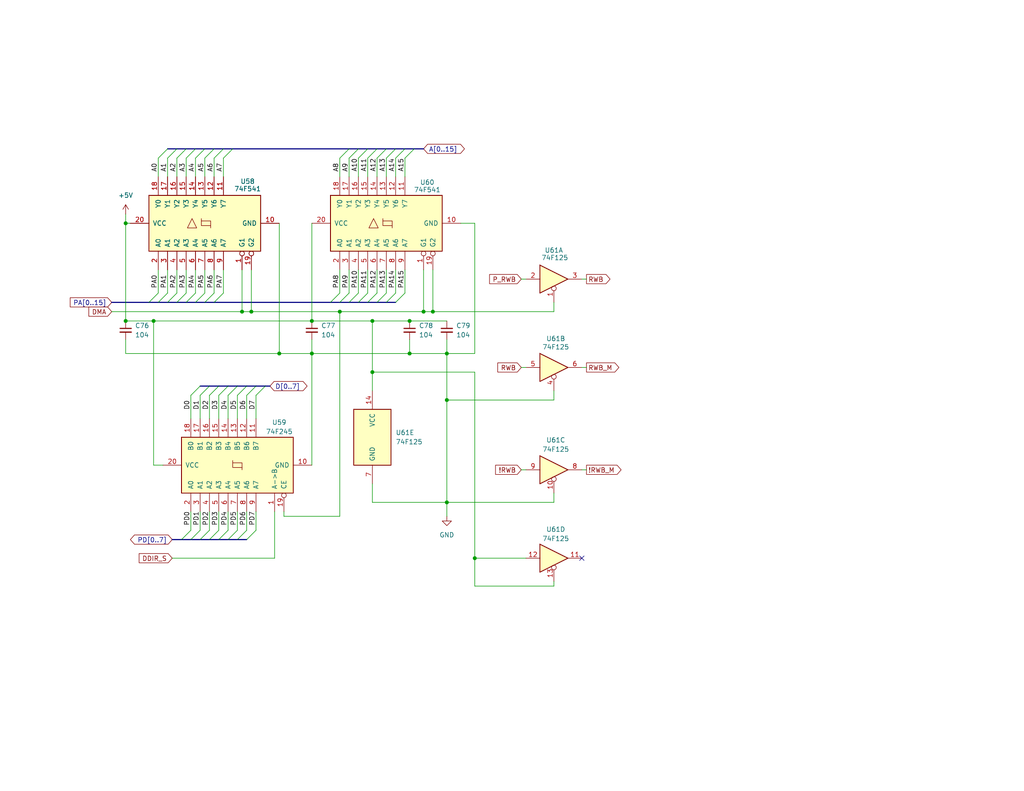
<source format=kicad_sch>
(kicad_sch (version 20250114) (generator "eeschema") (generator_version "9.0")
  (paper "A")
  (title_block (title "Buffers & Mixer") (date "2025-10-01") (rev "1.8A") (company "Data Tuning") (comment 1 "Hydra 16"))
  (lib_symbols
    (symbol "74xx:74LS125" (pin_names (offset 1.016))
      (property "Reference" "U" (at 0 1.27 0))
      (property "Value" "74LS125" (at 0 -1.27 0))
      (symbol "74LS125_1_0"
        (polyline (pts (xy -3.81 3.81) (xy -3.81 -3.81) (xy 3.81 0) (xy -3.81 3.81)) (stroke (width 0.254)) (fill (type background)))
        (pin input line (at -7.62 0 0) (length 3.81) (name "~") (number "2"))
        (pin input inverted (at 0 -6.35 90) (length 4.445) (name "~") (number "1"))
        (pin tri_state line (at 7.62 0 180) (length 3.81) (name "~") (number "3"))
      )
      (symbol "74LS125_2_0"
        (polyline (pts (xy -3.81 3.81) (xy -3.81 -3.81) (xy 3.81 0) (xy -3.81 3.81)) (stroke (width 0.254)) (fill (type background)))
        (pin input line (at -7.62 0 0) (length 3.81) (name "~") (number "5"))
        (pin input inverted (at 0 -6.35 90) (length 4.445) (name "~") (number "4"))
        (pin tri_state line (at 7.62 0 180) (length 3.81) (name "~") (number "6"))
      )
      (symbol "74LS125_3_0"
        (polyline (pts (xy -3.81 3.81) (xy -3.81 -3.81) (xy 3.81 0) (xy -3.81 3.81)) (stroke (width 0.254)) (fill (type background)))
        (pin input line (at -7.62 0 0) (length 3.81) (name "~") (number "9"))
        (pin input inverted (at 0 -6.35 90) (length 4.445) (name "~") (number "10"))
        (pin tri_state line (at 7.62 0 180) (length 3.81) (name "~") (number "8"))
      )
      (symbol "74LS125_4_0"
        (polyline (pts (xy -3.81 3.81) (xy -3.81 -3.81) (xy 3.81 0) (xy -3.81 3.81)) (stroke (width 0.254)) (fill (type background)))
        (pin input line (at -7.62 0 0) (length 3.81) (name "~") (number "12"))
        (pin input inverted (at 0 -6.35 90) (length 4.445) (name "~") (number "13"))
        (pin tri_state line (at 7.62 0 180) (length 3.81) (name "~") (number "11"))
      )
      (symbol "74LS125_5_0"
        (pin power_in line (at 0 12.7 270) (length 5.08) (name "VCC") (number "14"))
        (pin power_in line (at 0 -12.7 90) (length 5.08) (name "GND") (number "7"))
      )
      (symbol "74LS125_5_1"
        (rectangle (start -5.08 7.62) (end 5.08 -7.62) (stroke (width 0.254)) (fill (type background)))
      )
    )
    (symbol "74xx:74LS245" (pin_names (offset 1.016))
      (property "Reference" "U" (at -7.62 16.51 0))
      (property "Value" "74LS245" (at -7.62 -16.51 0))
      (symbol "74LS245_1_0"
        (polyline (pts (xy -1.27 -1.27) (xy 0.635 -1.27) (xy 0.635 1.27) (xy 1.27 1.27)))
        (polyline (pts (xy -0.635 -1.27) (xy -0.635 1.27) (xy 0.635 1.27)))
        (pin tri_state line (at -12.7 12.7 0) (length 5.08) (name "A0") (number "2"))
        (pin tri_state line (at -12.7 10.16 0) (length 5.08) (name "A1") (number "3"))
        (pin tri_state line (at -12.7 7.62 0) (length 5.08) (name "A2") (number "4"))
        (pin tri_state line (at -12.7 5.08 0) (length 5.08) (name "A3") (number "5"))
        (pin tri_state line (at -12.7 2.54 0) (length 5.08) (name "A4") (number "6"))
        (pin tri_state line (at -12.7 0 0) (length 5.08) (name "A5") (number "7"))
        (pin tri_state line (at -12.7 -2.54 0) (length 5.08) (name "A6") (number "8"))
        (pin tri_state line (at -12.7 -5.08 0) (length 5.08) (name "A7") (number "9"))
        (pin input line (at -12.7 -10.16 0) (length 5.08) (name "A->B") (number "1"))
        (pin input inverted (at -12.7 -12.7 0) (length 5.08) (name "CE") (number "19"))
        (pin power_in line (at 0 20.32 270) (length 5.08) (name "VCC") (number "20"))
        (pin power_in line (at 0 -20.32 90) (length 5.08) (name "GND") (number "10"))
        (pin tri_state line (at 12.7 12.7 180) (length 5.08) (name "B0") (number "18"))
        (pin tri_state line (at 12.7 10.16 180) (length 5.08) (name "B1") (number "17"))
        (pin tri_state line (at 12.7 7.62 180) (length 5.08) (name "B2") (number "16"))
        (pin tri_state line (at 12.7 5.08 180) (length 5.08) (name "B3") (number "15"))
        (pin tri_state line (at 12.7 2.54 180) (length 5.08) (name "B4") (number "14"))
        (pin tri_state line (at 12.7 0 180) (length 5.08) (name "B5") (number "13"))
        (pin tri_state line (at 12.7 -2.54 180) (length 5.08) (name "B6") (number "12"))
        (pin tri_state line (at 12.7 -5.08 180) (length 5.08) (name "B7") (number "11"))
      )
      (symbol "74LS245_1_1"
        (rectangle (start -7.62 15.24) (end 7.62 -15.24) (stroke (width 0.254)) (fill (type background)))
      )
    )
    (symbol "74xx:74LS541" (pin_names (offset 1.016))
      (property "Reference" "U" (at -7.62 16.51 0))
      (property "Value" "74LS541" (at -7.62 -16.51 0))
      (symbol "74LS541_1_0"
        (polyline (pts (xy -1.27 -1.6002) (xy 0.635 -1.6002) (xy 0.635 0.9398) (xy 1.27 0.9398)))
        (polyline (pts (xy -0.635 -1.6002) (xy -0.635 0.9398) (xy 0.635 0.9398)))
        (polyline (pts (xy 1.27 3.4798) (xy -1.27 4.7498) (xy -1.27 2.2098) (xy 1.27 3.4798)) (stroke (width 0.1524)))
        (pin input line (at -12.7 12.7 0) (length 5.08) (name "A0") (number "2"))
        (pin input line (at -12.7 10.16 0) (length 5.08) (name "A1") (number "3"))
        (pin input line (at -12.7 7.62 0) (length 5.08) (name "A2") (number "4"))
        (pin input line (at -12.7 5.08 0) (length 5.08) (name "A3") (number "5"))
        (pin input line (at -12.7 2.54 0) (length 5.08) (name "A4") (number "6"))
        (pin input line (at -12.7 0 0) (length 5.08) (name "A5") (number "7"))
        (pin input line (at -12.7 -2.54 0) (length 5.08) (name "A6") (number "8"))
        (pin input line (at -12.7 -5.08 0) (length 5.08) (name "A7") (number "9"))
        (pin input inverted (at -12.7 -10.16 0) (length 5.08) (name "G1") (number "1"))
        (pin input inverted (at -12.7 -12.7 0) (length 5.08) (name "G2") (number "19"))
        (pin power_in line (at 0 20.32 270) (length 5.08) (name "VCC") (number "20"))
        (pin power_in line (at 0 -20.32 90) (length 5.08) (name "GND") (number "10"))
        (pin tri_state line (at 12.7 12.7 180) (length 5.08) (name "Y0") (number "18"))
        (pin tri_state line (at 12.7 10.16 180) (length 5.08) (name "Y1") (number "17"))
        (pin tri_state line (at 12.7 7.62 180) (length 5.08) (name "Y2") (number "16"))
        (pin tri_state line (at 12.7 5.08 180) (length 5.08) (name "Y3") (number "15"))
        (pin tri_state line (at 12.7 2.54 180) (length 5.08) (name "Y4") (number "14"))
        (pin tri_state line (at 12.7 0 180) (length 5.08) (name "Y5") (number "13"))
        (pin tri_state line (at 12.7 -2.54 180) (length 5.08) (name "Y6") (number "12"))
        (pin tri_state line (at 12.7 -5.08 180) (length 5.08) (name "Y7") (number "11"))
      )
      (symbol "74LS541_1_1"
        (rectangle (start -7.62 15.24) (end 7.62 -15.24) (stroke (width 0.254)) (fill (type background)))
      )
    )
    (symbol "Device:C_Small" (pin_numbers (hide yes)) (pin_names (offset 0.254) (hide yes))
      (property "Reference" "C" (at 0.254 1.778 0))
      (property "Value" "C_Small" (at 0.254 -2.032 0))
      (symbol "C_Small_0_1"
        (polyline (pts (xy -1.524 0.508) (xy 1.524 0.508)) (stroke (width 0.3048)))
        (polyline (pts (xy -1.524 -0.508) (xy 1.524 -0.508)) (stroke (width 0.3302)))
      )
      (symbol "C_Small_1_1"
        (pin passive line (at 0 2.54 270) (length 2.032) (name "~") (number "1"))
        (pin passive line (at 0 -2.54 90) (length 2.032) (name "~") (number "2"))
      )
    )
    (symbol "power:+5V" (power) (pin_numbers (hide yes)) (pin_names (offset 0) (hide yes))
      (property "Value" "+5V" (at 0 3.556 0))
      (symbol "+5V_0_1"
        (polyline (pts (xy -0.762 1.27) (xy 0 2.54)))
        (polyline (pts (xy 0 2.54) (xy 0.762 1.27)))
        (polyline (pts (xy 0 0) (xy 0 2.54)))
      )
      (symbol "+5V_1_1"
        (pin power_in line (at 0 0 90) (length 0) (name "~") (number "1"))
      )
    )
    (symbol "power:GND" (power) (pin_numbers (hide yes)) (pin_names (offset 0) (hide yes))
      (property "Value" "GND" (at 0 -3.81 0))
      (symbol "GND_0_1"
        (polyline (pts (xy 0 0) (xy 0 -1.27) (xy 1.27 -1.27) (xy 0 -2.54) (xy -1.27 -1.27) (xy 0 -1.27)))
      )
      (symbol "GND_1_1"
        (pin power_in line (at 0 0 270) (length 0) (name "~") (number "1"))
      )
    )
  )
  (junction (at 68.58 85.09))
  (junction (at 66.04 85.09))
  (junction (at 121.92 137.16))
  (junction (at 115.57 85.09))
  (junction (at 121.92 109.22))
  (junction (at 111.76 96.52))
  (junction (at 118.11 85.09))
  (junction (at 129.54 152.4))
  (junction (at 34.29 60.96))
  (junction (at 111.76 87.63))
  (junction (at 85.09 87.63))
  (junction (at 34.29 87.63))
  (junction (at 76.2 96.52))
  (junction (at 121.92 96.52))
  (junction (at 101.6 87.63))
  (junction (at 101.6 101.6))
  (junction (at 85.09 96.52))
  (junction (at 92.71 85.09))
  (junction (at 41.91 87.63))
  (no_connect (at 158.75 152.4))
  (bus_entry (at 57.15 105.41) (size -2.54 2.54))
  (bus_entry (at 92.71 82.55) (size 2.54 -2.54))
  (bus_entry (at 64.77 105.41) (size -2.54 2.54))
  (bus_entry (at 67.31 105.41) (size -2.54 2.54))
  (bus_entry (at 48.26 82.55) (size 2.54 -2.54))
  (bus_entry (at 63.5 40.64) (size -2.54 2.54))
  (bus_entry (at 107.95 82.55) (size 2.54 -2.54))
  (bus_entry (at 95.25 40.64) (size -2.54 2.54))
  (bus_entry (at 62.23 105.41) (size -2.54 2.54))
  (bus_entry (at 113.03 40.64) (size -2.54 2.54))
  (bus_entry (at 58.42 82.55) (size 2.54 -2.54))
  (bus_entry (at 40.64 82.55) (size 2.54 -2.54))
  (bus_entry (at 45.72 82.55) (size 2.54 -2.54))
  (bus_entry (at 72.39 105.41) (size -2.54 2.54))
  (bus_entry (at 110.49 40.64) (size -2.54 2.54))
  (bus_entry (at 58.42 40.64) (size -2.54 2.54))
  (bus_entry (at 57.15 147.32) (size 2.54 -2.54))
  (bus_entry (at 100.33 40.64) (size -2.54 2.54))
  (bus_entry (at 95.25 82.55) (size 2.54 -2.54))
  (bus_entry (at 69.85 105.41) (size -2.54 2.54))
  (bus_entry (at 102.87 82.55) (size 2.54 -2.54))
  (bus_entry (at 53.34 82.55) (size 2.54 -2.54))
  (bus_entry (at 97.79 40.64) (size -2.54 2.54))
  (bus_entry (at 45.72 40.64) (size -2.54 2.54))
  (bus_entry (at 55.88 82.55) (size 2.54 -2.54))
  (bus_entry (at 97.79 82.55) (size 2.54 -2.54))
  (bus_entry (at 100.33 82.55) (size 2.54 -2.54))
  (bus_entry (at 55.88 40.64) (size -2.54 2.54))
  (bus_entry (at 50.8 40.64) (size -2.54 2.54))
  (bus_entry (at 48.26 40.64) (size -2.54 2.54))
  (bus_entry (at 59.69 105.41) (size -2.54 2.54))
  (bus_entry (at 50.8 82.55) (size 2.54 -2.54))
  (bus_entry (at 53.34 40.64) (size -2.54 2.54))
  (bus_entry (at 107.95 40.64) (size -2.54 2.54))
  (bus_entry (at 59.69 147.32) (size 2.54 -2.54))
  (bus_entry (at 105.41 40.64) (size -2.54 2.54))
  (bus_entry (at 64.77 147.32) (size 2.54 -2.54))
  (bus_entry (at 49.53 147.32) (size 2.54 -2.54))
  (bus_entry (at 52.07 147.32) (size 2.54 -2.54))
  (bus_entry (at 102.87 40.64) (size -2.54 2.54))
  (bus_entry (at 62.23 147.32) (size 2.54 -2.54))
  (bus_entry (at 90.17 82.55) (size 2.54 -2.54))
  (bus_entry (at 60.96 40.64) (size -2.54 2.54))
  (bus_entry (at 43.18 82.55) (size 2.54 -2.54))
  (bus_entry (at 67.31 147.32) (size 2.54 -2.54))
  (bus_entry (at 54.61 147.32) (size 2.54 -2.54))
  (bus_entry (at 54.61 105.41) (size -2.54 2.54))
  (bus_entry (at 105.41 82.55) (size 2.54 -2.54))
  (wire (pts (xy 160.02 100.33) (xy 158.75 100.33)))
  (wire (pts (xy 142.24 76.2) (xy 143.51 76.2)))
  (wire (pts (xy 129.54 160.02) (xy 129.54 152.4)))
  (wire (pts (xy 85.09 87.63) (xy 101.6 87.63)))
  (wire (pts (xy 95.25 73.66) (xy 95.25 80.01)))
  (wire (pts (xy 58.42 43.18) (xy 58.42 48.26)))
  (bus (pts (xy 57.15 147.32) (xy 59.69 147.32)))
  (bus (pts (xy 102.87 40.64) (xy 105.41 40.64)))
  (wire (pts (xy 64.77 139.7) (xy 64.77 144.78)))
  (wire (pts (xy 41.91 87.63) (xy 41.91 127)))
  (bus (pts (xy 40.64 82.55) (xy 43.18 82.55)))
  (wire (pts (xy 67.31 139.7) (xy 67.31 144.78)))
  (wire (pts (xy 53.34 43.18) (xy 53.34 48.26)))
  (wire (pts (xy 34.29 60.96) (xy 35.56 60.96)))
  (wire (pts (xy 68.58 85.09) (xy 92.71 85.09)))
  (wire (pts (xy 44.45 127) (xy 41.91 127)))
  (wire (pts (xy 105.41 43.18) (xy 105.41 48.26)))
  (wire (pts (xy 57.15 107.95) (xy 57.15 114.3)))
  (wire (pts (xy 151.13 160.02) (xy 129.54 160.02)))
  (wire (pts (xy 121.92 137.16) (xy 151.13 137.16)))
  (bus (pts (xy 92.71 82.55) (xy 95.25 82.55)))
  (wire (pts (xy 50.8 43.18) (xy 50.8 48.26)))
  (bus (pts (xy 97.79 40.64) (xy 100.33 40.64)))
  (wire (pts (xy 121.92 92.71) (xy 121.92 96.52)))
  (wire (pts (xy 46.99 152.4) (xy 74.93 152.4)))
  (wire (pts (xy 85.09 92.71) (xy 85.09 96.52)))
  (wire (pts (xy 121.92 109.22) (xy 151.13 109.22)))
  (wire (pts (xy 54.61 139.7) (xy 54.61 144.78)))
  (wire (pts (xy 118.11 85.09) (xy 151.13 85.09)))
  (wire (pts (xy 92.71 85.09) (xy 115.57 85.09)))
  (wire (pts (xy 76.2 60.96) (xy 76.2 96.52)))
  (bus (pts (xy 54.61 147.32) (xy 52.07 147.32)))
  (wire (pts (xy 43.18 73.66) (xy 43.18 80.01)))
  (wire (pts (xy 118.11 85.09) (xy 115.57 85.09)))
  (bus (pts (xy 97.79 82.55) (xy 100.33 82.55)))
  (wire (pts (xy 30.48 85.09) (xy 66.04 85.09)))
  (wire (pts (xy 64.77 107.95) (xy 64.77 114.3)))
  (wire (pts (xy 34.29 96.52) (xy 76.2 96.52)))
  (wire (pts (xy 100.33 73.66) (xy 100.33 80.01)))
  (wire (pts (xy 67.31 107.95) (xy 67.31 114.3)))
  (wire (pts (xy 48.26 43.18) (xy 48.26 48.26)))
  (bus (pts (xy 62.23 147.32) (xy 64.77 147.32)))
  (bus (pts (xy 50.8 40.64) (xy 53.34 40.64)))
  (bus (pts (xy 64.77 105.41) (xy 67.31 105.41)))
  (wire (pts (xy 129.54 60.96) (xy 125.73 60.96)))
  (wire (pts (xy 34.29 58.42) (xy 34.29 60.96)))
  (wire (pts (xy 77.47 140.97) (xy 77.47 139.7)))
  (wire (pts (xy 59.69 107.95) (xy 59.69 114.3)))
  (wire (pts (xy 85.09 96.52) (xy 85.09 127)))
  (wire (pts (xy 74.93 139.7) (xy 74.93 152.4)))
  (wire (pts (xy 101.6 101.6) (xy 129.54 101.6)))
  (wire (pts (xy 62.23 107.95) (xy 62.23 114.3)))
  (wire (pts (xy 92.71 43.18) (xy 92.71 48.26)))
  (wire (pts (xy 95.25 43.18) (xy 95.25 48.26)))
  (wire (pts (xy 111.76 92.71) (xy 111.76 96.52)))
  (wire (pts (xy 115.57 73.66) (xy 115.57 85.09)))
  (wire (pts (xy 121.92 96.52) (xy 129.54 96.52)))
  (wire (pts (xy 45.72 43.18) (xy 45.72 48.26)))
  (wire (pts (xy 77.47 140.97) (xy 92.71 140.97)))
  (wire (pts (xy 129.54 60.96) (xy 129.54 96.52)))
  (bus (pts (xy 43.18 82.55) (xy 45.72 82.55)))
  (wire (pts (xy 66.04 73.66) (xy 66.04 85.09)))
  (bus (pts (xy 100.33 40.64) (xy 102.87 40.64)))
  (wire (pts (xy 41.91 87.63) (xy 85.09 87.63)))
  (bus (pts (xy 63.5 40.64) (xy 95.25 40.64)))
  (wire (pts (xy 92.71 73.66) (xy 92.71 80.01)))
  (wire (pts (xy 55.88 43.18) (xy 55.88 48.26)))
  (wire (pts (xy 60.96 73.66) (xy 60.96 80.01)))
  (wire (pts (xy 69.85 139.7) (xy 69.85 144.78)))
  (bus (pts (xy 90.17 82.55) (xy 92.71 82.55)))
  (wire (pts (xy 160.02 128.27) (xy 158.75 128.27)))
  (wire (pts (xy 52.07 107.95) (xy 52.07 114.3)))
  (wire (pts (xy 85.09 96.52) (xy 76.2 96.52)))
  (bus (pts (xy 53.34 40.64) (xy 55.88 40.64)))
  (wire (pts (xy 66.04 85.09) (xy 68.58 85.09)))
  (bus (pts (xy 45.72 82.55) (xy 48.26 82.55)))
  (bus (pts (xy 95.25 40.64) (xy 97.79 40.64)))
  (bus (pts (xy 113.03 40.64) (xy 115.57 40.64)))
  (wire (pts (xy 151.13 82.55) (xy 151.13 85.09)))
  (bus (pts (xy 48.26 82.55) (xy 50.8 82.55)))
  (wire (pts (xy 105.41 73.66) (xy 105.41 80.01)))
  (wire (pts (xy 151.13 134.62) (xy 151.13 137.16)))
  (wire (pts (xy 101.6 87.63) (xy 111.76 87.63)))
  (bus (pts (xy 105.41 40.64) (xy 107.95 40.64)))
  (bus (pts (xy 69.85 105.41) (xy 72.39 105.41)))
  (wire (pts (xy 68.58 73.66) (xy 68.58 85.09)))
  (wire (pts (xy 102.87 43.18) (xy 102.87 48.26)))
  (wire (pts (xy 151.13 109.22) (xy 151.13 106.68)))
  (wire (pts (xy 62.23 139.7) (xy 62.23 144.78)))
  (bus (pts (xy 57.15 147.32) (xy 54.61 147.32)))
  (bus (pts (xy 95.25 82.55) (xy 97.79 82.55)))
  (bus (pts (xy 72.39 105.41) (xy 73.66 105.41)))
  (wire (pts (xy 107.95 43.18) (xy 107.95 48.26)))
  (bus (pts (xy 54.61 105.41) (xy 57.15 105.41)))
  (wire (pts (xy 57.15 139.7) (xy 57.15 144.78)))
  (bus (pts (xy 60.96 40.64) (xy 63.5 40.64)))
  (wire (pts (xy 158.75 76.2) (xy 160.02 76.2)))
  (wire (pts (xy 54.61 107.95) (xy 54.61 114.3)))
  (bus (pts (xy 53.34 82.55) (xy 55.88 82.55)))
  (wire (pts (xy 102.87 73.66) (xy 102.87 80.01)))
  (bus (pts (xy 67.31 105.41) (xy 69.85 105.41)))
  (bus (pts (xy 57.15 105.41) (xy 59.69 105.41)))
  (wire (pts (xy 101.6 132.08) (xy 101.6 137.16)))
  (wire (pts (xy 121.92 137.16) (xy 121.92 140.97)))
  (bus (pts (xy 105.41 82.55) (xy 107.95 82.55)))
  (wire (pts (xy 92.71 140.97) (xy 92.71 85.09)))
  (wire (pts (xy 121.92 109.22) (xy 121.92 137.16)))
  (wire (pts (xy 85.09 96.52) (xy 111.76 96.52)))
  (wire (pts (xy 55.88 73.66) (xy 55.88 80.01)))
  (wire (pts (xy 101.6 137.16) (xy 121.92 137.16)))
  (wire (pts (xy 110.49 43.18) (xy 110.49 48.26)))
  (bus (pts (xy 46.99 147.32) (xy 49.53 147.32)))
  (bus (pts (xy 58.42 40.64) (xy 60.96 40.64)))
  (bus (pts (xy 52.07 147.32) (xy 49.53 147.32)))
  (wire (pts (xy 142.24 100.33) (xy 143.51 100.33)))
  (wire (pts (xy 121.92 87.63) (xy 111.76 87.63)))
  (wire (pts (xy 101.6 101.6) (xy 101.6 106.68)))
  (wire (pts (xy 151.13 160.02) (xy 151.13 158.75)))
  (bus (pts (xy 58.42 82.55) (xy 90.17 82.55)))
  (wire (pts (xy 100.33 43.18) (xy 100.33 48.26)))
  (bus (pts (xy 59.69 147.32) (xy 62.23 147.32)))
  (wire (pts (xy 97.79 73.66) (xy 97.79 80.01)))
  (wire (pts (xy 59.69 139.7) (xy 59.69 144.78)))
  (bus (pts (xy 100.33 82.55) (xy 102.87 82.55)))
  (bus (pts (xy 30.48 82.55) (xy 40.64 82.55)))
  (wire (pts (xy 110.49 73.66) (xy 110.49 80.01)))
  (wire (pts (xy 48.26 73.66) (xy 48.26 80.01)))
  (wire (pts (xy 50.8 73.66) (xy 50.8 80.01)))
  (bus (pts (xy 45.72 40.64) (xy 48.26 40.64)))
  (wire (pts (xy 118.11 73.66) (xy 118.11 85.09)))
  (wire (pts (xy 97.79 43.18) (xy 97.79 48.26)))
  (wire (pts (xy 60.96 43.18) (xy 60.96 48.26)))
  (wire (pts (xy 34.29 92.71) (xy 34.29 96.52)))
  (wire (pts (xy 111.76 96.52) (xy 121.92 96.52)))
  (wire (pts (xy 34.29 87.63) (xy 41.91 87.63)))
  (wire (pts (xy 69.85 107.95) (xy 69.85 114.3)))
  (bus (pts (xy 62.23 105.41) (xy 64.77 105.41)))
  (bus (pts (xy 55.88 40.64) (xy 58.42 40.64)))
  (bus (pts (xy 110.49 40.64) (xy 113.03 40.64)))
  (wire (pts (xy 58.42 73.66) (xy 58.42 80.01)))
  (wire (pts (xy 52.07 139.7) (xy 52.07 144.78)))
  (bus (pts (xy 59.69 105.41) (xy 62.23 105.41)))
  (wire (pts (xy 45.72 73.66) (xy 45.72 80.01)))
  (wire (pts (xy 129.54 101.6) (xy 129.54 152.4)))
  (bus (pts (xy 107.95 40.64) (xy 110.49 40.64)))
  (wire (pts (xy 53.34 73.66) (xy 53.34 80.01)))
  (wire (pts (xy 43.18 43.18) (xy 43.18 48.26)))
  (wire (pts (xy 101.6 87.63) (xy 101.6 101.6)))
  (wire (pts (xy 85.09 60.96) (xy 85.09 87.63)))
  (bus (pts (xy 48.26 40.64) (xy 50.8 40.64)))
  (wire (pts (xy 142.24 128.27) (xy 143.51 128.27)))
  (wire (pts (xy 107.95 73.66) (xy 107.95 80.01)))
  (bus (pts (xy 102.87 82.55) (xy 105.41 82.55)))
  (wire (pts (xy 34.29 60.96) (xy 34.29 87.63)))
  (bus (pts (xy 55.88 82.55) (xy 58.42 82.55)))
  (wire (pts (xy 129.54 152.4) (xy 143.51 152.4)))
  (bus (pts (xy 50.8 82.55) (xy 53.34 82.55)))
  (bus (pts (xy 64.77 147.32) (xy 67.31 147.32)))
  (wire (pts (xy 121.92 96.52) (xy 121.92 109.22)))
  (label "PA6" (at 58.42 78.74 90))
  (label "PA10" (at 97.79 78.74 90))
  (label "PA1" (at 45.72 78.74 90))
  (label "PA2" (at 48.26 78.74 90))
  (label "PA5" (at 55.88 78.74 90))
  (label "A10" (at 97.79 43.18 270))
  (label "D5" (at 64.77 109.22 270))
  (label "A7" (at 60.96 44.45 270))
  (label "A12" (at 102.87 43.18 270))
  (label "PA12" (at 102.87 78.74 90))
  (label "D3" (at 59.69 109.22 270))
  (label "A5" (at 55.88 44.45 270))
  (label "D0" (at 52.07 109.22 270))
  (label "PA7" (at 60.96 78.74 90))
  (label "A13" (at 105.41 43.18 270))
  (label "A2" (at 48.26 44.45 270))
  (label "PA0" (at 43.18 78.74 90))
  (label "PA8" (at 92.71 78.74 90))
  (label "PD6" (at 67.31 143.51 90))
  (label "PA11" (at 100.33 78.74 90))
  (label "PD5" (at 64.77 143.51 90))
  (label "PD1" (at 54.61 143.51 90))
  (label "PD3" (at 59.69 143.51 90))
  (label "A1" (at 45.72 44.45 270))
  (label "A4" (at 53.34 44.45 270))
  (label "PA3" (at 50.8 78.74 90))
  (label "PD7" (at 69.85 143.51 90))
  (label "PA15" (at 110.49 78.74 90))
  (label "PA4" (at 53.34 78.74 90))
  (label "A15" (at 110.49 43.18 270))
  (label "PA9" (at 95.25 78.74 90))
  (label "A11" (at 100.33 43.18 270))
  (label "PA14" (at 107.95 78.74 90))
  (label "D7" (at 69.85 109.22 270))
  (label "A3" (at 50.8 44.45 270))
  (label "A0" (at 43.18 44.45 270))
  (label "A8" (at 92.71 44.45 270))
  (label "PA13" (at 105.41 78.74 90))
  (label "D4" (at 62.23 109.22 270))
  (label "D1" (at 54.61 109.22 270))
  (label "D6" (at 67.31 109.22 270))
  (label "A14" (at 107.95 43.18 270))
  (label "D2" (at 57.15 109.22 270))
  (label "PD0" (at 52.07 143.51 90))
  (label "A6" (at 58.42 44.45 270))
  (label "PD4" (at 62.23 143.51 90))
  (label "A9" (at 95.25 44.45 270))
  (label "PD2" (at 57.15 143.51 90))
  (global_label "!RWB_M" (shape output) (at 160.02 128.27 0) (property "Intersheetrefs" "${INTERSHEET_REFS}" (effects (hide yes))))
  (global_label "A[0..15]" (shape tri_state) (at 115.57 40.64 0) (property "Intersheetrefs" "${INTERSHEET_REFS}" (effects (hide yes))))
  (global_label "P_RWB" (shape input) (at 142.24 76.2 180) (property "Intersheetrefs" "${INTERSHEET_REFS}" (effects (hide yes))))
  (global_label "DDIR_S" (shape input) (at 46.99 152.4 180) (property "Intersheetrefs" "${INTERSHEET_REFS}" (effects (hide yes))))
  (global_label "RWB" (shape output) (at 160.02 76.2 0) (property "Intersheetrefs" "${INTERSHEET_REFS}" (effects (hide yes))))
  (global_label "RWB_M" (shape output) (at 160.02 100.33 0) (property "Intersheetrefs" "${INTERSHEET_REFS}" (effects (hide yes))))
  (global_label "DMA" (shape input) (at 30.48 85.09 180) (property "Intersheetrefs" "${INTERSHEET_REFS}" (effects (hide yes))))
  (global_label "!RWB" (shape input) (at 142.24 128.27 180) (property "Intersheetrefs" "${INTERSHEET_REFS}" (effects (hide yes))))
  (global_label "PA[0..15]" (shape input) (at 30.48 82.55 180) (property "Intersheetrefs" "${INTERSHEET_REFS}" (effects (hide yes))))
  (global_label "PD[0..7]" (shape bidirectional) (at 46.99 147.32 180) (property "Intersheetrefs" "${INTERSHEET_REFS}" (effects (hide yes))))
  (global_label "RWB" (shape input) (at 142.24 100.33 180) (property "Intersheetrefs" "${INTERSHEET_REFS}" (effects (hide yes))))
  (global_label "D[0..7]" (shape tri_state) (at 73.66 105.41 0) (property "Intersheetrefs" "${INTERSHEET_REFS}" (effects (hide yes))))
  (symbol (lib_id "74xx:74LS245") (at 64.77 127 90) (unit 1)
    (property "Reference" "U59" (at 76.2 115.316 90))
    (property "Value" "74F245" (at 76.2 117.856 90))
    (property "Footprint" "Package_DIP:DIP-20_W7.62mm_Socket_LongPads" (effects (hide yes)))
    (property "Datasheet" "http://www.ti.com/lit/gpn/sn74LS245" (effects (hide yes)))
    (property "Description" "Octal BUS Transceivers, 3-State outputs" (effects (hide yes)))
  )
  (symbol (lib_id "74xx:74LS125") (at 151.13 128.27 0) (unit 3)
    (property "Reference" "U61" (at 151.638 120.142 0))
    (property "Value" "74F125" (at 151.638 122.682 0))
    (property "Footprint" "Package_DIP:DIP-14_W7.62mm_Socket_LongPads" (effects (hide yes)))
    (property "Datasheet" "http://www.ti.com/lit/gpn/sn74LS125" (effects (hide yes)))
    (property "Description" "Quad buffer 3-State outputs" (effects (hide yes)))
  )
  (symbol (lib_id "Device:C_Small") (at 34.29 90.17 0) (unit 1)
    (property "Reference" "C76" (at 36.83 88.9062 0) (effects (justify left)))
    (property "Value" "104" (at 36.83 91.4462 0) (effects (justify left)))
    (property "Footprint" "Capacitor_THT:C_Disc_D5.0mm_W2.5mm_P5.00mm" (effects (hide yes)))
    (property "Description" "Unpolarized capacitor, small symbol" (effects (hide yes)))
  )
  (symbol (lib_id "74xx:74LS541") (at 105.41 60.96 90) (unit 1)
    (property "Reference" "U60" (at 116.586 49.784 90))
    (property "Value" "74F541" (at 116.586 51.816 90))
    (property "Footprint" "Package_DIP:DIP-20_W7.62mm_Socket_LongPads" (effects (hide yes)))
    (property "Datasheet" "http://www.ti.com/lit/gpn/sn74LS541" (effects (hide yes)))
    (property "Description" "8-bit Buffer/Line Driver 3-state outputs" (effects (hide yes)))
  )
  (symbol (lib_id "power:GND") (at 121.92 140.97 0) (unit 1)
    (property "Reference" "#PWR062" (effects (hide yes)))
    (property "Value" "GND" (at 121.92 146.05 0))
    (property "Description" "Power symbol creates a global label with name \"GND\" , ground" (effects (hide yes)))
  )
  (symbol (lib_id "74xx:74LS125") (at 151.13 100.33 0) (unit 2)
    (property "Reference" "U61" (at 151.638 92.456 0))
    (property "Value" "74F125" (at 151.638 94.742 0))
    (property "Footprint" "Package_DIP:DIP-14_W7.62mm_Socket_LongPads" (effects (hide yes)))
    (property "Datasheet" "http://www.ti.com/lit/gpn/sn74LS125" (effects (hide yes)))
    (property "Description" "Quad buffer 3-State outputs" (effects (hide yes)))
  )
  (symbol (lib_id "Device:C_Small") (at 121.92 90.17 0) (unit 1)
    (property "Reference" "C79" (at 124.46 88.9062 0) (effects (justify left)))
    (property "Value" "104" (at 124.46 91.4462 0) (effects (justify left)))
    (property "Footprint" "Capacitor_THT:C_Disc_D5.0mm_W2.5mm_P5.00mm" (effects (hide yes)))
    (property "Description" "Unpolarized capacitor, small symbol" (effects (hide yes)))
  )
  (symbol (lib_id "74xx:74LS125") (at 151.13 76.2 0) (unit 1)
    (property "Reference" "U61" (at 151.13 68.326 0))
    (property "Value" "74F125" (at 151.384 70.358 0))
    (property "Footprint" "Package_DIP:DIP-14_W7.62mm_Socket_LongPads" (effects (hide yes)))
    (property "Datasheet" "http://www.ti.com/lit/gpn/sn74LS125" (effects (hide yes)))
    (property "Description" "Quad buffer 3-State outputs" (effects (hide yes)))
  )
  (symbol (lib_id "74xx:74LS125") (at 101.6 119.38 0) (unit 5)
    (property "Reference" "U61" (at 107.95 118.1099 0) (effects (justify left)))
    (property "Value" "74F125" (at 107.95 120.6499 0) (effects (justify left)))
    (property "Footprint" "Package_DIP:DIP-14_W7.62mm_Socket_LongPads" (effects (hide yes)))
    (property "Datasheet" "http://www.ti.com/lit/gpn/sn74LS125" (effects (hide yes)))
    (property "Description" "Quad buffer 3-State outputs" (effects (hide yes)))
  )
  (symbol (lib_id "74xx:74LS541") (at 55.88 60.96 90) (unit 1)
    (property "Reference" "U58" (at 67.564 49.53 90))
    (property "Value" "74F541" (at 67.564 51.562 90))
    (property "Footprint" "Package_DIP:DIP-20_W7.62mm_Socket_LongPads" (effects (hide yes)))
    (property "Datasheet" "http://www.ti.com/lit/gpn/sn74LS541" (effects (hide yes)))
    (property "Description" "8-bit Buffer/Line Driver 3-state outputs" (effects (hide yes)))
  )
  (symbol (lib_id "Device:C_Small") (at 85.09 90.17 0) (unit 1)
    (property "Reference" "C77" (at 87.63 88.9062 0) (effects (justify left)))
    (property "Value" "104" (at 87.63 91.4462 0) (effects (justify left)))
    (property "Footprint" "Capacitor_THT:C_Disc_D5.0mm_W2.5mm_P5.00mm" (effects (hide yes)))
    (property "Description" "Unpolarized capacitor, small symbol" (effects (hide yes)))
  )
  (symbol (lib_id "74xx:74LS125") (at 151.13 152.4 0) (unit 4)
    (property "Reference" "U61" (at 151.638 144.526 0))
    (property "Value" "74F125" (at 151.638 147.066 0))
    (property "Footprint" "Package_DIP:DIP-14_W7.62mm_Socket_LongPads" (effects (hide yes)))
    (property "Datasheet" "http://www.ti.com/lit/gpn/sn74LS125" (effects (hide yes)))
    (property "Description" "Quad buffer 3-State outputs" (effects (hide yes)))
  )
  (symbol (lib_id "power:+5V") (at 34.29 58.42 0) (unit 1)
    (property "Reference" "#PWR061" (effects (hide yes)))
    (property "Value" "+5V" (at 34.29 53.34 0))
    (property "Description" "Power symbol creates a global label with name \"+5V\"" (effects (hide yes)))
  )
  (symbol (lib_id "Device:C_Small") (at 111.76 90.17 0) (unit 1)
    (property "Reference" "C78" (at 114.3 88.9062 0) (effects (justify left)))
    (property "Value" "104" (at 114.3 91.4462 0) (effects (justify left)))
    (property "Footprint" "Capacitor_THT:C_Disc_D5.0mm_W2.5mm_P5.00mm" (effects (hide yes)))
    (property "Description" "Unpolarized capacitor, small symbol" (effects (hide yes)))
  )
)
</source>
